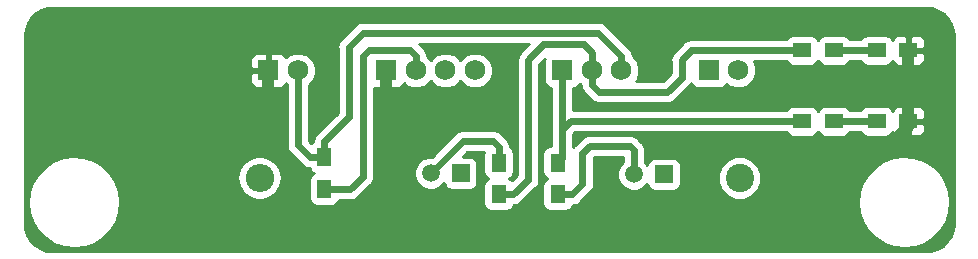
<source format=gbr>
G04 #@! TF.GenerationSoftware,KiCad,Pcbnew,5.0.1*
G04 #@! TF.CreationDate,2019-03-20T13:16:57+05:30*
G04 #@! TF.ProjectId,heater,6865617465722E6B696361645F706362,rev?*
G04 #@! TF.SameCoordinates,Original*
G04 #@! TF.FileFunction,Copper,L1,Top,Signal*
G04 #@! TF.FilePolarity,Positive*
%FSLAX46Y46*%
G04 Gerber Fmt 4.6, Leading zero omitted, Abs format (unit mm)*
G04 Created by KiCad (PCBNEW 5.0.1) date Wed 20 Mar 2019 01:16:57 PM IST*
%MOMM*%
%LPD*%
G01*
G04 APERTURE LIST*
G04 #@! TA.AperFunction,ComponentPad*
%ADD10O,2.400000X2.400000*%
G04 #@! TD*
G04 #@! TA.AperFunction,ComponentPad*
%ADD11C,2.400000*%
G04 #@! TD*
G04 #@! TA.AperFunction,SMDPad,CuDef*
%ADD12R,1.500000X1.300000*%
G04 #@! TD*
G04 #@! TA.AperFunction,ComponentPad*
%ADD13C,1.750000*%
G04 #@! TD*
G04 #@! TA.AperFunction,ComponentPad*
%ADD14R,1.750000X1.750000*%
G04 #@! TD*
G04 #@! TA.AperFunction,SMDPad,CuDef*
%ADD15R,1.300000X1.500000*%
G04 #@! TD*
G04 #@! TA.AperFunction,ComponentPad*
%ADD16R,1.520000X1.520000*%
G04 #@! TD*
G04 #@! TA.AperFunction,ComponentPad*
%ADD17C,1.520000*%
G04 #@! TD*
G04 #@! TA.AperFunction,Conductor*
%ADD18C,1.000000*%
G04 #@! TD*
G04 #@! TA.AperFunction,Conductor*
%ADD19C,0.600000*%
G04 #@! TD*
G04 #@! TA.AperFunction,Conductor*
%ADD20C,0.254000*%
G04 #@! TD*
G04 APERTURE END LIST*
D10*
G04 #@! TO.P,R2,2*
G04 #@! TO.N,+12V*
X130760000Y-95900000D03*
D11*
G04 #@! TO.P,R2,1*
G04 #@! TO.N,Net-(Q1-Pad1)*
X171400000Y-95900000D03*
G04 #@! TD*
D12*
G04 #@! TO.P,R6,1*
G04 #@! TO.N,/fromMcuF*
X176700000Y-91100000D03*
G04 #@! TO.P,R6,2*
G04 #@! TO.N,Net-(D2-Pad2)*
X179400000Y-91100000D03*
G04 #@! TD*
G04 #@! TO.P,D2,1*
G04 #@! TO.N,GND*
X185700000Y-91100000D03*
G04 #@! TO.P,D2,2*
G04 #@! TO.N,Net-(D2-Pad2)*
X183000000Y-91100000D03*
G04 #@! TD*
G04 #@! TO.P,D1,2*
G04 #@! TO.N,Net-(D1-Pad2)*
X183000000Y-85100000D03*
G04 #@! TO.P,D1,1*
G04 #@! TO.N,GND*
X185700000Y-85100000D03*
G04 #@! TD*
G04 #@! TO.P,R1,2*
G04 #@! TO.N,Net-(D1-Pad2)*
X179400000Y-85100000D03*
G04 #@! TO.P,R1,1*
G04 #@! TO.N,/fromMcuR*
X176700000Y-85100000D03*
G04 #@! TD*
D13*
G04 #@! TO.P,J1,4*
G04 #@! TO.N,Net-(J1-Pad4)*
X149000000Y-86800000D03*
G04 #@! TO.P,J1,3*
G04 #@! TO.N,+12V*
X146500000Y-86800000D03*
G04 #@! TO.P,J1,2*
G04 #@! TO.N,+5V*
X144000000Y-86800000D03*
D14*
G04 #@! TO.P,J1,1*
G04 #@! TO.N,GND*
X141500000Y-86800000D03*
G04 #@! TD*
D13*
G04 #@! TO.P,J2,3*
G04 #@! TO.N,/toMcu*
X161400000Y-86800000D03*
G04 #@! TO.P,J2,2*
G04 #@! TO.N,/fromMcuR*
X158900000Y-86800000D03*
D14*
G04 #@! TO.P,J2,1*
G04 #@! TO.N,/fromMcuF*
X156400000Y-86800000D03*
G04 #@! TD*
D13*
G04 #@! TO.P,J4,2*
G04 #@! TO.N,Net-(J4-Pad2)*
X171300000Y-86800000D03*
D14*
G04 #@! TO.P,J4,1*
G04 #@! TO.N,+12V*
X168800000Y-86800000D03*
G04 #@! TD*
D15*
G04 #@! TO.P,R5,2*
G04 #@! TO.N,/fromMcuF*
X156000000Y-94600000D03*
G04 #@! TO.P,R5,1*
G04 #@! TO.N,Net-(Q2-Pad2)*
X156000000Y-97300000D03*
G04 #@! TD*
D16*
G04 #@! TO.P,Q2,1*
G04 #@! TO.N,Net-(J4-Pad2)*
X165000001Y-95600000D03*
D17*
G04 #@! TO.P,Q2,3*
G04 #@! TO.N,GND*
X159920001Y-95600000D03*
G04 #@! TO.P,Q2,2*
G04 #@! TO.N,Net-(Q2-Pad2)*
X162460001Y-95600000D03*
G04 #@! TD*
D14*
G04 #@! TO.P,J3,1*
G04 #@! TO.N,GND*
X131500000Y-86800000D03*
D13*
G04 #@! TO.P,J3,2*
G04 #@! TO.N,/toMcu*
X134000000Y-86800000D03*
G04 #@! TD*
D16*
G04 #@! TO.P,Q1,1*
G04 #@! TO.N,Net-(Q1-Pad1)*
X147800000Y-95500000D03*
D17*
G04 #@! TO.P,Q1,3*
G04 #@! TO.N,GND*
X142720000Y-95500000D03*
G04 #@! TO.P,Q1,2*
G04 #@! TO.N,Net-(Q1-Pad2)*
X145260000Y-95500000D03*
G04 #@! TD*
D15*
G04 #@! TO.P,R3,2*
G04 #@! TO.N,/fromMcuR*
X151000000Y-97300000D03*
G04 #@! TO.P,R3,1*
G04 #@! TO.N,Net-(Q1-Pad2)*
X151000000Y-94600000D03*
G04 #@! TD*
G04 #@! TO.P,R4,1*
G04 #@! TO.N,+5V*
X136250000Y-96850000D03*
G04 #@! TO.P,R4,2*
G04 #@! TO.N,/toMcu*
X136250000Y-94150000D03*
G04 #@! TD*
D18*
G04 #@! TO.N,GND*
X142720000Y-95500000D02*
X142720000Y-97680001D01*
X141500000Y-94280000D02*
X142720000Y-95500000D01*
X141500000Y-86800000D02*
X141500000Y-94280000D01*
X133500000Y-95200000D02*
X133500000Y-97300002D01*
X131500000Y-86800000D02*
X131500000Y-93200000D01*
X131500000Y-93200000D02*
X133500000Y-95200000D01*
X185700000Y-85100000D02*
X185700000Y-91100000D01*
X144739999Y-99700000D02*
X142720000Y-97680001D01*
X159200000Y-99700000D02*
X144739999Y-99700000D01*
X159920001Y-95600000D02*
X159920001Y-98979999D01*
X159920001Y-98979999D02*
X159200000Y-99700000D01*
X140200000Y-99700000D02*
X140700001Y-99700000D01*
X140700001Y-99700000D02*
X141300001Y-99100000D01*
X141300001Y-99100000D02*
X142720000Y-97680001D01*
X140900001Y-99500000D02*
X141300001Y-99100000D01*
X140200000Y-99700000D02*
X140800000Y-99700000D01*
X136300000Y-99700000D02*
X135899998Y-99700000D01*
X133500000Y-97300002D02*
X134700000Y-98500002D01*
X135899998Y-99700000D02*
X134700000Y-98500002D01*
X134700000Y-98500002D02*
X135699998Y-99500000D01*
X136300000Y-99700000D02*
X140200000Y-99700000D01*
X160640002Y-99700000D02*
X159920001Y-98979999D01*
X177600002Y-99700000D02*
X178800000Y-98500002D01*
X177500000Y-99700000D02*
X177600002Y-99700000D01*
X177500000Y-99700000D02*
X160640002Y-99700000D01*
X178800000Y-98500002D02*
X178000000Y-99300002D01*
X185700000Y-91100000D02*
X185700000Y-91600002D01*
X185700000Y-91600002D02*
X178800000Y-98500002D01*
D19*
G04 #@! TO.N,+5V*
X139500000Y-85600000D02*
X140000000Y-85100000D01*
X140000000Y-85100000D02*
X143537436Y-85100000D01*
X144000000Y-85562564D02*
X144000000Y-86800000D01*
X136250000Y-96850000D02*
X138450000Y-96850000D01*
X138450000Y-96850000D02*
X139500000Y-95800000D01*
X139500000Y-95800000D02*
X139500000Y-85600000D01*
X143537436Y-85100000D02*
X144000000Y-85562564D01*
G04 #@! TO.N,Net-(Q1-Pad2)*
X151000001Y-93250000D02*
X151000000Y-94600000D01*
X150550001Y-92800000D02*
X151000001Y-93250000D01*
X147960000Y-92800000D02*
X150550001Y-92800000D01*
X145260000Y-95500000D02*
X147960000Y-92800000D01*
G04 #@! TO.N,/toMcu*
X135000000Y-94150000D02*
X136250000Y-94150000D01*
X134000000Y-93150000D02*
X135000000Y-94150000D01*
X134000000Y-86800000D02*
X134000000Y-93150000D01*
X136250000Y-94150000D02*
X136250000Y-92800000D01*
X138300000Y-90750000D02*
X138300000Y-84800000D01*
X136250000Y-92800000D02*
X138300000Y-90750000D01*
X161400000Y-85562564D02*
X161400000Y-86800000D01*
X159437436Y-83600000D02*
X161400000Y-85562564D01*
X138300000Y-84800000D02*
X139500000Y-83600000D01*
X139500000Y-83600000D02*
X159437436Y-83600000D01*
G04 #@! TO.N,Net-(Q2-Pad2)*
X157250000Y-97300000D02*
X158100000Y-96450000D01*
X156000000Y-97300000D02*
X157250000Y-97300000D01*
X162460001Y-93560001D02*
X162460001Y-95600000D01*
X158100000Y-93800000D02*
X158700000Y-93200000D01*
X158700000Y-93200000D02*
X162100000Y-93200000D01*
X158100000Y-96450000D02*
X158100000Y-93800000D01*
X162100000Y-93200000D02*
X162460001Y-93560001D01*
G04 #@! TO.N,/fromMcuR*
X152250000Y-97300000D02*
X153500000Y-96050000D01*
X151000000Y-97300000D02*
X152250000Y-97300000D01*
X153500000Y-96050000D02*
X153500000Y-85900000D01*
X153500000Y-85900000D02*
X154800000Y-84600000D01*
X154800000Y-84600000D02*
X158200000Y-84600000D01*
X158900000Y-85300000D02*
X158900000Y-86800000D01*
X158200000Y-84600000D02*
X158900000Y-85300000D01*
X158900000Y-88037436D02*
X158900000Y-86800000D01*
X176700000Y-85100000D02*
X167309998Y-85100000D01*
X167309998Y-85100000D02*
X166500000Y-85909998D01*
X166500000Y-87400000D02*
X165300000Y-88600000D01*
X166500000Y-85909998D02*
X166500000Y-87400000D01*
X165300000Y-88600000D02*
X159462564Y-88600000D01*
X159462564Y-88600000D02*
X158900000Y-88037436D01*
G04 #@! TO.N,/fromMcuF*
X156400000Y-94200000D02*
X156000000Y-94600000D01*
X157100000Y-91100000D02*
X156400000Y-91800000D01*
X176700000Y-91100000D02*
X157100000Y-91100000D01*
X156400000Y-86800000D02*
X156400000Y-91800000D01*
X156400000Y-91800000D02*
X156400000Y-94200000D01*
G04 #@! TO.N,Net-(D1-Pad2)*
X179400000Y-85100000D02*
X183000000Y-85100000D01*
G04 #@! TO.N,Net-(D2-Pad2)*
X179400000Y-91100000D02*
X183000000Y-91100000D01*
G04 #@! TD*
D20*
G04 #@! TO.N,GND*
G36*
X187160207Y-81485001D02*
X187731494Y-81551606D01*
X188234485Y-81734183D01*
X188681978Y-82027572D01*
X189049976Y-82416040D01*
X189318738Y-82878747D01*
X189476564Y-83399847D01*
X189514999Y-83830506D01*
X189515000Y-99760215D01*
X189448395Y-100331495D01*
X189265817Y-100834489D01*
X188972429Y-101281980D01*
X188583961Y-101649978D01*
X188121252Y-101918740D01*
X187600155Y-102076565D01*
X187169495Y-102115000D01*
X113239785Y-102115000D01*
X112668505Y-102048396D01*
X112165516Y-101865820D01*
X111718020Y-101572429D01*
X111350020Y-101183959D01*
X111081260Y-100721254D01*
X110923434Y-100200153D01*
X110884998Y-99769484D01*
X110884998Y-97997440D01*
X111152463Y-97997440D01*
X111261574Y-98861148D01*
X111559328Y-99679218D01*
X112030924Y-100410992D01*
X112652924Y-101020100D01*
X113394414Y-101476268D01*
X114218541Y-101756823D01*
X115084344Y-101847823D01*
X115948792Y-101744744D01*
X116768921Y-101452709D01*
X117503970Y-100986233D01*
X118117405Y-100368500D01*
X118578738Y-99630213D01*
X118865040Y-98808065D01*
X118962082Y-97942918D01*
X118960559Y-97833884D01*
X118839399Y-96971784D01*
X118530253Y-96157951D01*
X118358872Y-95900000D01*
X128889051Y-95900000D01*
X129031469Y-96615981D01*
X129437039Y-97222961D01*
X130044019Y-97628531D01*
X130579273Y-97735000D01*
X130940727Y-97735000D01*
X131475981Y-97628531D01*
X132082961Y-97222961D01*
X132488531Y-96615981D01*
X132630949Y-95900000D01*
X132488531Y-95184019D01*
X132082961Y-94577039D01*
X131475981Y-94171469D01*
X130940727Y-94065000D01*
X130579273Y-94065000D01*
X130044019Y-94171469D01*
X129437039Y-94577039D01*
X129031469Y-95184019D01*
X128889051Y-95900000D01*
X118358872Y-95900000D01*
X118048486Y-95432832D01*
X117418042Y-94832469D01*
X116670255Y-94386698D01*
X115842291Y-94117677D01*
X114975302Y-94038774D01*
X114112377Y-94153913D01*
X113296405Y-94457370D01*
X112567941Y-94934064D01*
X111963191Y-95560301D01*
X111512211Y-96304958D01*
X111237416Y-97131023D01*
X111152463Y-97997440D01*
X110884998Y-97997440D01*
X110884999Y-87085750D01*
X129990000Y-87085750D01*
X129990000Y-87801310D01*
X130086673Y-88034699D01*
X130265302Y-88213327D01*
X130498691Y-88310000D01*
X131214250Y-88310000D01*
X131373000Y-88151250D01*
X131373000Y-86927000D01*
X130148750Y-86927000D01*
X129990000Y-87085750D01*
X110884999Y-87085750D01*
X110884999Y-85798690D01*
X129990000Y-85798690D01*
X129990000Y-86514250D01*
X130148750Y-86673000D01*
X131373000Y-86673000D01*
X131373000Y-85448750D01*
X131627000Y-85448750D01*
X131627000Y-86673000D01*
X131647000Y-86673000D01*
X131647000Y-86927000D01*
X131627000Y-86927000D01*
X131627000Y-88151250D01*
X131785750Y-88310000D01*
X132501309Y-88310000D01*
X132734698Y-88213327D01*
X132913327Y-88034699D01*
X132967779Y-87903241D01*
X133065000Y-88000462D01*
X133065001Y-93057910D01*
X133046683Y-93150000D01*
X133119250Y-93514818D01*
X133248273Y-93707914D01*
X133325904Y-93824097D01*
X133403970Y-93876259D01*
X134273739Y-94746028D01*
X134325903Y-94824097D01*
X134635181Y-95030750D01*
X134907914Y-95085000D01*
X134992714Y-95101868D01*
X135001843Y-95147765D01*
X135142191Y-95357809D01*
X135352235Y-95498157D01*
X135361500Y-95500000D01*
X135352235Y-95501843D01*
X135142191Y-95642191D01*
X135001843Y-95852235D01*
X134952560Y-96100000D01*
X134952560Y-97600000D01*
X135001843Y-97847765D01*
X135142191Y-98057809D01*
X135352235Y-98198157D01*
X135600000Y-98247440D01*
X136900000Y-98247440D01*
X137147765Y-98198157D01*
X137357809Y-98057809D01*
X137498157Y-97847765D01*
X137510642Y-97785000D01*
X138357914Y-97785000D01*
X138450000Y-97803317D01*
X138542086Y-97785000D01*
X138814819Y-97730750D01*
X139124097Y-97524097D01*
X139176261Y-97446028D01*
X140096031Y-96526259D01*
X140174097Y-96474097D01*
X140380750Y-96164819D01*
X140435000Y-95892086D01*
X140435000Y-95892083D01*
X140453316Y-95800001D01*
X140435000Y-95707919D01*
X140435000Y-88283618D01*
X140498691Y-88310000D01*
X141214250Y-88310000D01*
X141373000Y-88151250D01*
X141373000Y-86927000D01*
X141353000Y-86927000D01*
X141353000Y-86673000D01*
X141373000Y-86673000D01*
X141373000Y-86653000D01*
X141627000Y-86653000D01*
X141627000Y-86673000D01*
X141647000Y-86673000D01*
X141647000Y-86927000D01*
X141627000Y-86927000D01*
X141627000Y-88151250D01*
X141785750Y-88310000D01*
X142501309Y-88310000D01*
X142734698Y-88213327D01*
X142913327Y-88034699D01*
X142967779Y-87903241D01*
X143144654Y-88080116D01*
X143699642Y-88310000D01*
X144300358Y-88310000D01*
X144855346Y-88080116D01*
X145250000Y-87685462D01*
X145644654Y-88080116D01*
X146199642Y-88310000D01*
X146800358Y-88310000D01*
X147355346Y-88080116D01*
X147750000Y-87685462D01*
X148144654Y-88080116D01*
X148699642Y-88310000D01*
X149300358Y-88310000D01*
X149855346Y-88080116D01*
X150280116Y-87655346D01*
X150510000Y-87100358D01*
X150510000Y-86499642D01*
X150280116Y-85944654D01*
X149855346Y-85519884D01*
X149300358Y-85290000D01*
X148699642Y-85290000D01*
X148144654Y-85519884D01*
X147750000Y-85914538D01*
X147355346Y-85519884D01*
X146800358Y-85290000D01*
X146199642Y-85290000D01*
X145644654Y-85519884D01*
X145250000Y-85914538D01*
X144944143Y-85608681D01*
X144953316Y-85562563D01*
X144935000Y-85470479D01*
X144935000Y-85470478D01*
X144880750Y-85197745D01*
X144674097Y-84888467D01*
X144596028Y-84836303D01*
X144294725Y-84535000D01*
X153542711Y-84535000D01*
X152903970Y-85173741D01*
X152825904Y-85225903D01*
X152773742Y-85303969D01*
X152773741Y-85303970D01*
X152619250Y-85535182D01*
X152546683Y-85900000D01*
X152565001Y-85992090D01*
X152565000Y-95662710D01*
X152118908Y-96108802D01*
X152107809Y-96092191D01*
X151897765Y-95951843D01*
X151888500Y-95950000D01*
X151897765Y-95948157D01*
X152107809Y-95807809D01*
X152248157Y-95597765D01*
X152297440Y-95350000D01*
X152297440Y-93850000D01*
X152248157Y-93602235D01*
X152107809Y-93392191D01*
X151946477Y-93284392D01*
X151953318Y-93249999D01*
X151880751Y-92885181D01*
X151726260Y-92653970D01*
X151674098Y-92575904D01*
X151596032Y-92523742D01*
X151276262Y-92203972D01*
X151224098Y-92125903D01*
X150914820Y-91919250D01*
X150642087Y-91865000D01*
X150550001Y-91846683D01*
X150457915Y-91865000D01*
X148052086Y-91865000D01*
X147960000Y-91846683D01*
X147867914Y-91865000D01*
X147595181Y-91919250D01*
X147285903Y-92125903D01*
X147233739Y-92203972D01*
X145332711Y-94105000D01*
X144982517Y-94105000D01*
X144469796Y-94317376D01*
X144077376Y-94709796D01*
X143865000Y-95222517D01*
X143865000Y-95777483D01*
X144077376Y-96290204D01*
X144469796Y-96682624D01*
X144982517Y-96895000D01*
X145537483Y-96895000D01*
X146050204Y-96682624D01*
X146405877Y-96326951D01*
X146441843Y-96507765D01*
X146582191Y-96717809D01*
X146792235Y-96858157D01*
X147040000Y-96907440D01*
X148560000Y-96907440D01*
X148807765Y-96858157D01*
X149017809Y-96717809D01*
X149158157Y-96507765D01*
X149207440Y-96260000D01*
X149207440Y-94740000D01*
X149158157Y-94492235D01*
X149017809Y-94282191D01*
X148807765Y-94141843D01*
X148560000Y-94092560D01*
X147989729Y-94092560D01*
X148347289Y-93735000D01*
X149725435Y-93735000D01*
X149702560Y-93850000D01*
X149702560Y-95350000D01*
X149751843Y-95597765D01*
X149892191Y-95807809D01*
X150102235Y-95948157D01*
X150111500Y-95950000D01*
X150102235Y-95951843D01*
X149892191Y-96092191D01*
X149751843Y-96302235D01*
X149702560Y-96550000D01*
X149702560Y-98050000D01*
X149751843Y-98297765D01*
X149892191Y-98507809D01*
X150102235Y-98648157D01*
X150350000Y-98697440D01*
X151650000Y-98697440D01*
X151897765Y-98648157D01*
X152107809Y-98507809D01*
X152248157Y-98297765D01*
X152257286Y-98251868D01*
X152342086Y-98235000D01*
X152614819Y-98180750D01*
X152924097Y-97974097D01*
X152976261Y-97896028D01*
X154096031Y-96776259D01*
X154174097Y-96724097D01*
X154380750Y-96414819D01*
X154435000Y-96142086D01*
X154435000Y-96142085D01*
X154453317Y-96050000D01*
X154435000Y-95957914D01*
X154435000Y-86287289D01*
X154897491Y-85824798D01*
X154877560Y-85925000D01*
X154877560Y-87675000D01*
X154926843Y-87922765D01*
X155067191Y-88132809D01*
X155277235Y-88273157D01*
X155465000Y-88310505D01*
X155465001Y-91707910D01*
X155446683Y-91800000D01*
X155465000Y-91892086D01*
X155465001Y-93202560D01*
X155350000Y-93202560D01*
X155102235Y-93251843D01*
X154892191Y-93392191D01*
X154751843Y-93602235D01*
X154702560Y-93850000D01*
X154702560Y-95350000D01*
X154751843Y-95597765D01*
X154892191Y-95807809D01*
X155102235Y-95948157D01*
X155111500Y-95950000D01*
X155102235Y-95951843D01*
X154892191Y-96092191D01*
X154751843Y-96302235D01*
X154702560Y-96550000D01*
X154702560Y-98050000D01*
X154751843Y-98297765D01*
X154892191Y-98507809D01*
X155102235Y-98648157D01*
X155350000Y-98697440D01*
X156650000Y-98697440D01*
X156897765Y-98648157D01*
X157107809Y-98507809D01*
X157248157Y-98297765D01*
X157257286Y-98251868D01*
X157342086Y-98235000D01*
X157614819Y-98180750D01*
X157889161Y-97997440D01*
X181438299Y-97997440D01*
X181547410Y-98861148D01*
X181845164Y-99679218D01*
X182316760Y-100410992D01*
X182938760Y-101020100D01*
X183680250Y-101476268D01*
X184504377Y-101756823D01*
X185370180Y-101847823D01*
X186234628Y-101744744D01*
X187054757Y-101452709D01*
X187789806Y-100986233D01*
X188403241Y-100368500D01*
X188864574Y-99630213D01*
X189150876Y-98808065D01*
X189247918Y-97942918D01*
X189246395Y-97833884D01*
X189125235Y-96971784D01*
X188816089Y-96157951D01*
X188334322Y-95432832D01*
X187703878Y-94832469D01*
X186956091Y-94386698D01*
X186128127Y-94117677D01*
X185261138Y-94038774D01*
X184398213Y-94153913D01*
X183582241Y-94457370D01*
X182853777Y-94934064D01*
X182249027Y-95560301D01*
X181798047Y-96304958D01*
X181523252Y-97131023D01*
X181438299Y-97997440D01*
X157889161Y-97997440D01*
X157924097Y-97974097D01*
X157976261Y-97896028D01*
X158696028Y-97176261D01*
X158774097Y-97124097D01*
X158980750Y-96814819D01*
X159035000Y-96542086D01*
X159035000Y-96542085D01*
X159053317Y-96450000D01*
X159035000Y-96357914D01*
X159035000Y-94187289D01*
X159087290Y-94135000D01*
X161525001Y-94135000D01*
X161525001Y-94562172D01*
X161277377Y-94809796D01*
X161065001Y-95322517D01*
X161065001Y-95877483D01*
X161277377Y-96390204D01*
X161669797Y-96782624D01*
X162182518Y-96995000D01*
X162737484Y-96995000D01*
X163250205Y-96782624D01*
X163605878Y-96426951D01*
X163641844Y-96607765D01*
X163782192Y-96817809D01*
X163992236Y-96958157D01*
X164240001Y-97007440D01*
X165760001Y-97007440D01*
X166007766Y-96958157D01*
X166217810Y-96817809D01*
X166358158Y-96607765D01*
X166407441Y-96360000D01*
X166407441Y-95534996D01*
X169565000Y-95534996D01*
X169565000Y-96265004D01*
X169844362Y-96939444D01*
X170360556Y-97455638D01*
X171034996Y-97735000D01*
X171765004Y-97735000D01*
X172439444Y-97455638D01*
X172955638Y-96939444D01*
X173235000Y-96265004D01*
X173235000Y-95534996D01*
X172955638Y-94860556D01*
X172439444Y-94344362D01*
X171765004Y-94065000D01*
X171034996Y-94065000D01*
X170360556Y-94344362D01*
X169844362Y-94860556D01*
X169565000Y-95534996D01*
X166407441Y-95534996D01*
X166407441Y-94840000D01*
X166358158Y-94592235D01*
X166217810Y-94382191D01*
X166007766Y-94241843D01*
X165760001Y-94192560D01*
X164240001Y-94192560D01*
X163992236Y-94241843D01*
X163782192Y-94382191D01*
X163641844Y-94592235D01*
X163605878Y-94773049D01*
X163395001Y-94562172D01*
X163395001Y-93652082D01*
X163413317Y-93560000D01*
X163395001Y-93467916D01*
X163395001Y-93467915D01*
X163340751Y-93195182D01*
X163134098Y-92885904D01*
X163056029Y-92833740D01*
X162826261Y-92603972D01*
X162774097Y-92525903D01*
X162464819Y-92319250D01*
X162192086Y-92265000D01*
X162100000Y-92246683D01*
X162007914Y-92265000D01*
X158792085Y-92265000D01*
X158699999Y-92246683D01*
X158490641Y-92288327D01*
X158335181Y-92319250D01*
X158025903Y-92525903D01*
X157973741Y-92603970D01*
X157503970Y-93073741D01*
X157425904Y-93125903D01*
X157373742Y-93203969D01*
X157373741Y-93203970D01*
X157335000Y-93261950D01*
X157335000Y-92187289D01*
X157487290Y-92035000D01*
X175376723Y-92035000D01*
X175492191Y-92207809D01*
X175702235Y-92348157D01*
X175950000Y-92397440D01*
X177450000Y-92397440D01*
X177697765Y-92348157D01*
X177907809Y-92207809D01*
X178048157Y-91997765D01*
X178050000Y-91988500D01*
X178051843Y-91997765D01*
X178192191Y-92207809D01*
X178402235Y-92348157D01*
X178650000Y-92397440D01*
X180150000Y-92397440D01*
X180397765Y-92348157D01*
X180607809Y-92207809D01*
X180723277Y-92035000D01*
X181676723Y-92035000D01*
X181792191Y-92207809D01*
X182002235Y-92348157D01*
X182250000Y-92397440D01*
X183750000Y-92397440D01*
X183997765Y-92348157D01*
X184207809Y-92207809D01*
X184348157Y-91997765D01*
X184353721Y-91969791D01*
X184411673Y-92109699D01*
X184590302Y-92288327D01*
X184823691Y-92385000D01*
X185414250Y-92385000D01*
X185573000Y-92226250D01*
X185573000Y-91227000D01*
X185827000Y-91227000D01*
X185827000Y-92226250D01*
X185985750Y-92385000D01*
X186576309Y-92385000D01*
X186809698Y-92288327D01*
X186988327Y-92109699D01*
X187085000Y-91876310D01*
X187085000Y-91385750D01*
X186926250Y-91227000D01*
X185827000Y-91227000D01*
X185573000Y-91227000D01*
X185553000Y-91227000D01*
X185553000Y-90973000D01*
X185573000Y-90973000D01*
X185573000Y-89973750D01*
X185827000Y-89973750D01*
X185827000Y-90973000D01*
X186926250Y-90973000D01*
X187085000Y-90814250D01*
X187085000Y-90323690D01*
X186988327Y-90090301D01*
X186809698Y-89911673D01*
X186576309Y-89815000D01*
X185985750Y-89815000D01*
X185827000Y-89973750D01*
X185573000Y-89973750D01*
X185414250Y-89815000D01*
X184823691Y-89815000D01*
X184590302Y-89911673D01*
X184411673Y-90090301D01*
X184353721Y-90230209D01*
X184348157Y-90202235D01*
X184207809Y-89992191D01*
X183997765Y-89851843D01*
X183750000Y-89802560D01*
X182250000Y-89802560D01*
X182002235Y-89851843D01*
X181792191Y-89992191D01*
X181676723Y-90165000D01*
X180723277Y-90165000D01*
X180607809Y-89992191D01*
X180397765Y-89851843D01*
X180150000Y-89802560D01*
X178650000Y-89802560D01*
X178402235Y-89851843D01*
X178192191Y-89992191D01*
X178051843Y-90202235D01*
X178050000Y-90211500D01*
X178048157Y-90202235D01*
X177907809Y-89992191D01*
X177697765Y-89851843D01*
X177450000Y-89802560D01*
X175950000Y-89802560D01*
X175702235Y-89851843D01*
X175492191Y-89992191D01*
X175376723Y-90165000D01*
X157335000Y-90165000D01*
X157335000Y-88310505D01*
X157522765Y-88273157D01*
X157732809Y-88132809D01*
X157873157Y-87922765D01*
X157875504Y-87910966D01*
X157955856Y-87991318D01*
X157946683Y-88037436D01*
X158003374Y-88322440D01*
X158019250Y-88402254D01*
X158225903Y-88711533D01*
X158303973Y-88763698D01*
X158736301Y-89196025D01*
X158788467Y-89274097D01*
X159097745Y-89480750D01*
X159462564Y-89553317D01*
X159554650Y-89535000D01*
X165207914Y-89535000D01*
X165300000Y-89553317D01*
X165392086Y-89535000D01*
X165664819Y-89480750D01*
X165974097Y-89274097D01*
X166026261Y-89196028D01*
X167096031Y-88126259D01*
X167174097Y-88074097D01*
X167314999Y-87863222D01*
X167326843Y-87922765D01*
X167467191Y-88132809D01*
X167677235Y-88273157D01*
X167925000Y-88322440D01*
X169675000Y-88322440D01*
X169922765Y-88273157D01*
X170132809Y-88132809D01*
X170273157Y-87922765D01*
X170275504Y-87910966D01*
X170444654Y-88080116D01*
X170999642Y-88310000D01*
X171600358Y-88310000D01*
X172155346Y-88080116D01*
X172580116Y-87655346D01*
X172810000Y-87100358D01*
X172810000Y-86499642D01*
X172617539Y-86035000D01*
X175376723Y-86035000D01*
X175492191Y-86207809D01*
X175702235Y-86348157D01*
X175950000Y-86397440D01*
X177450000Y-86397440D01*
X177697765Y-86348157D01*
X177907809Y-86207809D01*
X178048157Y-85997765D01*
X178050000Y-85988500D01*
X178051843Y-85997765D01*
X178192191Y-86207809D01*
X178402235Y-86348157D01*
X178650000Y-86397440D01*
X180150000Y-86397440D01*
X180397765Y-86348157D01*
X180607809Y-86207809D01*
X180723277Y-86035000D01*
X181676723Y-86035000D01*
X181792191Y-86207809D01*
X182002235Y-86348157D01*
X182250000Y-86397440D01*
X183750000Y-86397440D01*
X183997765Y-86348157D01*
X184207809Y-86207809D01*
X184348157Y-85997765D01*
X184353721Y-85969791D01*
X184411673Y-86109699D01*
X184590302Y-86288327D01*
X184823691Y-86385000D01*
X185414250Y-86385000D01*
X185573000Y-86226250D01*
X185573000Y-85227000D01*
X185827000Y-85227000D01*
X185827000Y-86226250D01*
X185985750Y-86385000D01*
X186576309Y-86385000D01*
X186809698Y-86288327D01*
X186988327Y-86109699D01*
X187085000Y-85876310D01*
X187085000Y-85385750D01*
X186926250Y-85227000D01*
X185827000Y-85227000D01*
X185573000Y-85227000D01*
X185553000Y-85227000D01*
X185553000Y-84973000D01*
X185573000Y-84973000D01*
X185573000Y-83973750D01*
X185827000Y-83973750D01*
X185827000Y-84973000D01*
X186926250Y-84973000D01*
X187085000Y-84814250D01*
X187085000Y-84323690D01*
X186988327Y-84090301D01*
X186809698Y-83911673D01*
X186576309Y-83815000D01*
X185985750Y-83815000D01*
X185827000Y-83973750D01*
X185573000Y-83973750D01*
X185414250Y-83815000D01*
X184823691Y-83815000D01*
X184590302Y-83911673D01*
X184411673Y-84090301D01*
X184353721Y-84230209D01*
X184348157Y-84202235D01*
X184207809Y-83992191D01*
X183997765Y-83851843D01*
X183750000Y-83802560D01*
X182250000Y-83802560D01*
X182002235Y-83851843D01*
X181792191Y-83992191D01*
X181676723Y-84165000D01*
X180723277Y-84165000D01*
X180607809Y-83992191D01*
X180397765Y-83851843D01*
X180150000Y-83802560D01*
X178650000Y-83802560D01*
X178402235Y-83851843D01*
X178192191Y-83992191D01*
X178051843Y-84202235D01*
X178050000Y-84211500D01*
X178048157Y-84202235D01*
X177907809Y-83992191D01*
X177697765Y-83851843D01*
X177450000Y-83802560D01*
X175950000Y-83802560D01*
X175702235Y-83851843D01*
X175492191Y-83992191D01*
X175376723Y-84165000D01*
X167402083Y-84165000D01*
X167309997Y-84146683D01*
X167030719Y-84202235D01*
X166945179Y-84219250D01*
X166635901Y-84425903D01*
X166583739Y-84503970D01*
X165903972Y-85183737D01*
X165825903Y-85235901D01*
X165666747Y-85474096D01*
X165619250Y-85545180D01*
X165546683Y-85909998D01*
X165565000Y-86002084D01*
X165565001Y-87012710D01*
X164912711Y-87665000D01*
X162670462Y-87665000D01*
X162680116Y-87655346D01*
X162910000Y-87100358D01*
X162910000Y-86499642D01*
X162680116Y-85944654D01*
X162344144Y-85608682D01*
X162353317Y-85562564D01*
X162280750Y-85197745D01*
X162258749Y-85164818D01*
X162074097Y-84888467D01*
X161996028Y-84836303D01*
X160163697Y-83003972D01*
X160111533Y-82925903D01*
X159802255Y-82719250D01*
X159529522Y-82665000D01*
X159437436Y-82646683D01*
X159345350Y-82665000D01*
X139592081Y-82665000D01*
X139499999Y-82646684D01*
X139407917Y-82665000D01*
X139407914Y-82665000D01*
X139135181Y-82719250D01*
X138825903Y-82925903D01*
X138773741Y-83003969D01*
X137703970Y-84073741D01*
X137625904Y-84125903D01*
X137573742Y-84203969D01*
X137573741Y-84203970D01*
X137419250Y-84435182D01*
X137346683Y-84800000D01*
X137365001Y-84892090D01*
X137365000Y-90362710D01*
X135653970Y-92073741D01*
X135575904Y-92125903D01*
X135523742Y-92203969D01*
X135523741Y-92203970D01*
X135369250Y-92435182D01*
X135296683Y-92800000D01*
X135303524Y-92834391D01*
X135142191Y-92942191D01*
X135131091Y-92958802D01*
X134935000Y-92762711D01*
X134935000Y-88000462D01*
X135280116Y-87655346D01*
X135510000Y-87100358D01*
X135510000Y-86499642D01*
X135280116Y-85944654D01*
X134855346Y-85519884D01*
X134300358Y-85290000D01*
X133699642Y-85290000D01*
X133144654Y-85519884D01*
X132967779Y-85696759D01*
X132913327Y-85565301D01*
X132734698Y-85386673D01*
X132501309Y-85290000D01*
X131785750Y-85290000D01*
X131627000Y-85448750D01*
X131373000Y-85448750D01*
X131214250Y-85290000D01*
X130498691Y-85290000D01*
X130265302Y-85386673D01*
X130086673Y-85565301D01*
X129990000Y-85798690D01*
X110884999Y-85798690D01*
X110885000Y-83839793D01*
X110951605Y-83268506D01*
X111134182Y-82765515D01*
X111427572Y-82318021D01*
X111816039Y-81950023D01*
X112278745Y-81681262D01*
X112799847Y-81523435D01*
X113230517Y-81484999D01*
X187160207Y-81485001D01*
X187160207Y-81485001D01*
G37*
X187160207Y-81485001D02*
X187731494Y-81551606D01*
X188234485Y-81734183D01*
X188681978Y-82027572D01*
X189049976Y-82416040D01*
X189318738Y-82878747D01*
X189476564Y-83399847D01*
X189514999Y-83830506D01*
X189515000Y-99760215D01*
X189448395Y-100331495D01*
X189265817Y-100834489D01*
X188972429Y-101281980D01*
X188583961Y-101649978D01*
X188121252Y-101918740D01*
X187600155Y-102076565D01*
X187169495Y-102115000D01*
X113239785Y-102115000D01*
X112668505Y-102048396D01*
X112165516Y-101865820D01*
X111718020Y-101572429D01*
X111350020Y-101183959D01*
X111081260Y-100721254D01*
X110923434Y-100200153D01*
X110884998Y-99769484D01*
X110884998Y-97997440D01*
X111152463Y-97997440D01*
X111261574Y-98861148D01*
X111559328Y-99679218D01*
X112030924Y-100410992D01*
X112652924Y-101020100D01*
X113394414Y-101476268D01*
X114218541Y-101756823D01*
X115084344Y-101847823D01*
X115948792Y-101744744D01*
X116768921Y-101452709D01*
X117503970Y-100986233D01*
X118117405Y-100368500D01*
X118578738Y-99630213D01*
X118865040Y-98808065D01*
X118962082Y-97942918D01*
X118960559Y-97833884D01*
X118839399Y-96971784D01*
X118530253Y-96157951D01*
X118358872Y-95900000D01*
X128889051Y-95900000D01*
X129031469Y-96615981D01*
X129437039Y-97222961D01*
X130044019Y-97628531D01*
X130579273Y-97735000D01*
X130940727Y-97735000D01*
X131475981Y-97628531D01*
X132082961Y-97222961D01*
X132488531Y-96615981D01*
X132630949Y-95900000D01*
X132488531Y-95184019D01*
X132082961Y-94577039D01*
X131475981Y-94171469D01*
X130940727Y-94065000D01*
X130579273Y-94065000D01*
X130044019Y-94171469D01*
X129437039Y-94577039D01*
X129031469Y-95184019D01*
X128889051Y-95900000D01*
X118358872Y-95900000D01*
X118048486Y-95432832D01*
X117418042Y-94832469D01*
X116670255Y-94386698D01*
X115842291Y-94117677D01*
X114975302Y-94038774D01*
X114112377Y-94153913D01*
X113296405Y-94457370D01*
X112567941Y-94934064D01*
X111963191Y-95560301D01*
X111512211Y-96304958D01*
X111237416Y-97131023D01*
X111152463Y-97997440D01*
X110884998Y-97997440D01*
X110884999Y-87085750D01*
X129990000Y-87085750D01*
X129990000Y-87801310D01*
X130086673Y-88034699D01*
X130265302Y-88213327D01*
X130498691Y-88310000D01*
X131214250Y-88310000D01*
X131373000Y-88151250D01*
X131373000Y-86927000D01*
X130148750Y-86927000D01*
X129990000Y-87085750D01*
X110884999Y-87085750D01*
X110884999Y-85798690D01*
X129990000Y-85798690D01*
X129990000Y-86514250D01*
X130148750Y-86673000D01*
X131373000Y-86673000D01*
X131373000Y-85448750D01*
X131627000Y-85448750D01*
X131627000Y-86673000D01*
X131647000Y-86673000D01*
X131647000Y-86927000D01*
X131627000Y-86927000D01*
X131627000Y-88151250D01*
X131785750Y-88310000D01*
X132501309Y-88310000D01*
X132734698Y-88213327D01*
X132913327Y-88034699D01*
X132967779Y-87903241D01*
X133065000Y-88000462D01*
X133065001Y-93057910D01*
X133046683Y-93150000D01*
X133119250Y-93514818D01*
X133248273Y-93707914D01*
X133325904Y-93824097D01*
X133403970Y-93876259D01*
X134273739Y-94746028D01*
X134325903Y-94824097D01*
X134635181Y-95030750D01*
X134907914Y-95085000D01*
X134992714Y-95101868D01*
X135001843Y-95147765D01*
X135142191Y-95357809D01*
X135352235Y-95498157D01*
X135361500Y-95500000D01*
X135352235Y-95501843D01*
X135142191Y-95642191D01*
X135001843Y-95852235D01*
X134952560Y-96100000D01*
X134952560Y-97600000D01*
X135001843Y-97847765D01*
X135142191Y-98057809D01*
X135352235Y-98198157D01*
X135600000Y-98247440D01*
X136900000Y-98247440D01*
X137147765Y-98198157D01*
X137357809Y-98057809D01*
X137498157Y-97847765D01*
X137510642Y-97785000D01*
X138357914Y-97785000D01*
X138450000Y-97803317D01*
X138542086Y-97785000D01*
X138814819Y-97730750D01*
X139124097Y-97524097D01*
X139176261Y-97446028D01*
X140096031Y-96526259D01*
X140174097Y-96474097D01*
X140380750Y-96164819D01*
X140435000Y-95892086D01*
X140435000Y-95892083D01*
X140453316Y-95800001D01*
X140435000Y-95707919D01*
X140435000Y-88283618D01*
X140498691Y-88310000D01*
X141214250Y-88310000D01*
X141373000Y-88151250D01*
X141373000Y-86927000D01*
X141353000Y-86927000D01*
X141353000Y-86673000D01*
X141373000Y-86673000D01*
X141373000Y-86653000D01*
X141627000Y-86653000D01*
X141627000Y-86673000D01*
X141647000Y-86673000D01*
X141647000Y-86927000D01*
X141627000Y-86927000D01*
X141627000Y-88151250D01*
X141785750Y-88310000D01*
X142501309Y-88310000D01*
X142734698Y-88213327D01*
X142913327Y-88034699D01*
X142967779Y-87903241D01*
X143144654Y-88080116D01*
X143699642Y-88310000D01*
X144300358Y-88310000D01*
X144855346Y-88080116D01*
X145250000Y-87685462D01*
X145644654Y-88080116D01*
X146199642Y-88310000D01*
X146800358Y-88310000D01*
X147355346Y-88080116D01*
X147750000Y-87685462D01*
X148144654Y-88080116D01*
X148699642Y-88310000D01*
X149300358Y-88310000D01*
X149855346Y-88080116D01*
X150280116Y-87655346D01*
X150510000Y-87100358D01*
X150510000Y-86499642D01*
X150280116Y-85944654D01*
X149855346Y-85519884D01*
X149300358Y-85290000D01*
X148699642Y-85290000D01*
X148144654Y-85519884D01*
X147750000Y-85914538D01*
X147355346Y-85519884D01*
X146800358Y-85290000D01*
X146199642Y-85290000D01*
X145644654Y-85519884D01*
X145250000Y-85914538D01*
X144944143Y-85608681D01*
X144953316Y-85562563D01*
X144935000Y-85470479D01*
X144935000Y-85470478D01*
X144880750Y-85197745D01*
X144674097Y-84888467D01*
X144596028Y-84836303D01*
X144294725Y-84535000D01*
X153542711Y-84535000D01*
X152903970Y-85173741D01*
X152825904Y-85225903D01*
X152773742Y-85303969D01*
X152773741Y-85303970D01*
X152619250Y-85535182D01*
X152546683Y-85900000D01*
X152565001Y-85992090D01*
X152565000Y-95662710D01*
X152118908Y-96108802D01*
X152107809Y-96092191D01*
X151897765Y-95951843D01*
X151888500Y-95950000D01*
X151897765Y-95948157D01*
X152107809Y-95807809D01*
X152248157Y-95597765D01*
X152297440Y-95350000D01*
X152297440Y-93850000D01*
X152248157Y-93602235D01*
X152107809Y-93392191D01*
X151946477Y-93284392D01*
X151953318Y-93249999D01*
X151880751Y-92885181D01*
X151726260Y-92653970D01*
X151674098Y-92575904D01*
X151596032Y-92523742D01*
X151276262Y-92203972D01*
X151224098Y-92125903D01*
X150914820Y-91919250D01*
X150642087Y-91865000D01*
X150550001Y-91846683D01*
X150457915Y-91865000D01*
X148052086Y-91865000D01*
X147960000Y-91846683D01*
X147867914Y-91865000D01*
X147595181Y-91919250D01*
X147285903Y-92125903D01*
X147233739Y-92203972D01*
X145332711Y-94105000D01*
X144982517Y-94105000D01*
X144469796Y-94317376D01*
X144077376Y-94709796D01*
X143865000Y-95222517D01*
X143865000Y-95777483D01*
X144077376Y-96290204D01*
X144469796Y-96682624D01*
X144982517Y-96895000D01*
X145537483Y-96895000D01*
X146050204Y-96682624D01*
X146405877Y-96326951D01*
X146441843Y-96507765D01*
X146582191Y-96717809D01*
X146792235Y-96858157D01*
X147040000Y-96907440D01*
X148560000Y-96907440D01*
X148807765Y-96858157D01*
X149017809Y-96717809D01*
X149158157Y-96507765D01*
X149207440Y-96260000D01*
X149207440Y-94740000D01*
X149158157Y-94492235D01*
X149017809Y-94282191D01*
X148807765Y-94141843D01*
X148560000Y-94092560D01*
X147989729Y-94092560D01*
X148347289Y-93735000D01*
X149725435Y-93735000D01*
X149702560Y-93850000D01*
X149702560Y-95350000D01*
X149751843Y-95597765D01*
X149892191Y-95807809D01*
X150102235Y-95948157D01*
X150111500Y-95950000D01*
X150102235Y-95951843D01*
X149892191Y-96092191D01*
X149751843Y-96302235D01*
X149702560Y-96550000D01*
X149702560Y-98050000D01*
X149751843Y-98297765D01*
X149892191Y-98507809D01*
X150102235Y-98648157D01*
X150350000Y-98697440D01*
X151650000Y-98697440D01*
X151897765Y-98648157D01*
X152107809Y-98507809D01*
X152248157Y-98297765D01*
X152257286Y-98251868D01*
X152342086Y-98235000D01*
X152614819Y-98180750D01*
X152924097Y-97974097D01*
X152976261Y-97896028D01*
X154096031Y-96776259D01*
X154174097Y-96724097D01*
X154380750Y-96414819D01*
X154435000Y-96142086D01*
X154435000Y-96142085D01*
X154453317Y-96050000D01*
X154435000Y-95957914D01*
X154435000Y-86287289D01*
X154897491Y-85824798D01*
X154877560Y-85925000D01*
X154877560Y-87675000D01*
X154926843Y-87922765D01*
X155067191Y-88132809D01*
X155277235Y-88273157D01*
X155465000Y-88310505D01*
X155465001Y-91707910D01*
X155446683Y-91800000D01*
X155465000Y-91892086D01*
X155465001Y-93202560D01*
X155350000Y-93202560D01*
X155102235Y-93251843D01*
X154892191Y-93392191D01*
X154751843Y-93602235D01*
X154702560Y-93850000D01*
X154702560Y-95350000D01*
X154751843Y-95597765D01*
X154892191Y-95807809D01*
X155102235Y-95948157D01*
X155111500Y-95950000D01*
X155102235Y-95951843D01*
X154892191Y-96092191D01*
X154751843Y-96302235D01*
X154702560Y-96550000D01*
X154702560Y-98050000D01*
X154751843Y-98297765D01*
X154892191Y-98507809D01*
X155102235Y-98648157D01*
X155350000Y-98697440D01*
X156650000Y-98697440D01*
X156897765Y-98648157D01*
X157107809Y-98507809D01*
X157248157Y-98297765D01*
X157257286Y-98251868D01*
X157342086Y-98235000D01*
X157614819Y-98180750D01*
X157889161Y-97997440D01*
X181438299Y-97997440D01*
X181547410Y-98861148D01*
X181845164Y-99679218D01*
X182316760Y-100410992D01*
X182938760Y-101020100D01*
X183680250Y-101476268D01*
X184504377Y-101756823D01*
X185370180Y-101847823D01*
X186234628Y-101744744D01*
X187054757Y-101452709D01*
X187789806Y-100986233D01*
X188403241Y-100368500D01*
X188864574Y-99630213D01*
X189150876Y-98808065D01*
X189247918Y-97942918D01*
X189246395Y-97833884D01*
X189125235Y-96971784D01*
X188816089Y-96157951D01*
X188334322Y-95432832D01*
X187703878Y-94832469D01*
X186956091Y-94386698D01*
X186128127Y-94117677D01*
X185261138Y-94038774D01*
X184398213Y-94153913D01*
X183582241Y-94457370D01*
X182853777Y-94934064D01*
X182249027Y-95560301D01*
X181798047Y-96304958D01*
X181523252Y-97131023D01*
X181438299Y-97997440D01*
X157889161Y-97997440D01*
X157924097Y-97974097D01*
X157976261Y-97896028D01*
X158696028Y-97176261D01*
X158774097Y-97124097D01*
X158980750Y-96814819D01*
X159035000Y-96542086D01*
X159035000Y-96542085D01*
X159053317Y-96450000D01*
X159035000Y-96357914D01*
X159035000Y-94187289D01*
X159087290Y-94135000D01*
X161525001Y-94135000D01*
X161525001Y-94562172D01*
X161277377Y-94809796D01*
X161065001Y-95322517D01*
X161065001Y-95877483D01*
X161277377Y-96390204D01*
X161669797Y-96782624D01*
X162182518Y-96995000D01*
X162737484Y-96995000D01*
X163250205Y-96782624D01*
X163605878Y-96426951D01*
X163641844Y-96607765D01*
X163782192Y-96817809D01*
X163992236Y-96958157D01*
X164240001Y-97007440D01*
X165760001Y-97007440D01*
X166007766Y-96958157D01*
X166217810Y-96817809D01*
X166358158Y-96607765D01*
X166407441Y-96360000D01*
X166407441Y-95534996D01*
X169565000Y-95534996D01*
X169565000Y-96265004D01*
X169844362Y-96939444D01*
X170360556Y-97455638D01*
X171034996Y-97735000D01*
X171765004Y-97735000D01*
X172439444Y-97455638D01*
X172955638Y-96939444D01*
X173235000Y-96265004D01*
X173235000Y-95534996D01*
X172955638Y-94860556D01*
X172439444Y-94344362D01*
X171765004Y-94065000D01*
X171034996Y-94065000D01*
X170360556Y-94344362D01*
X169844362Y-94860556D01*
X169565000Y-95534996D01*
X166407441Y-95534996D01*
X166407441Y-94840000D01*
X166358158Y-94592235D01*
X166217810Y-94382191D01*
X166007766Y-94241843D01*
X165760001Y-94192560D01*
X164240001Y-94192560D01*
X163992236Y-94241843D01*
X163782192Y-94382191D01*
X163641844Y-94592235D01*
X163605878Y-94773049D01*
X163395001Y-94562172D01*
X163395001Y-93652082D01*
X163413317Y-93560000D01*
X163395001Y-93467916D01*
X163395001Y-93467915D01*
X163340751Y-93195182D01*
X163134098Y-92885904D01*
X163056029Y-92833740D01*
X162826261Y-92603972D01*
X162774097Y-92525903D01*
X162464819Y-92319250D01*
X162192086Y-92265000D01*
X162100000Y-92246683D01*
X162007914Y-92265000D01*
X158792085Y-92265000D01*
X158699999Y-92246683D01*
X158490641Y-92288327D01*
X158335181Y-92319250D01*
X158025903Y-92525903D01*
X157973741Y-92603970D01*
X157503970Y-93073741D01*
X157425904Y-93125903D01*
X157373742Y-93203969D01*
X157373741Y-93203970D01*
X157335000Y-93261950D01*
X157335000Y-92187289D01*
X157487290Y-92035000D01*
X175376723Y-92035000D01*
X175492191Y-92207809D01*
X175702235Y-92348157D01*
X175950000Y-92397440D01*
X177450000Y-92397440D01*
X177697765Y-92348157D01*
X177907809Y-92207809D01*
X178048157Y-91997765D01*
X178050000Y-91988500D01*
X178051843Y-91997765D01*
X178192191Y-92207809D01*
X178402235Y-92348157D01*
X178650000Y-92397440D01*
X180150000Y-92397440D01*
X180397765Y-92348157D01*
X180607809Y-92207809D01*
X180723277Y-92035000D01*
X181676723Y-92035000D01*
X181792191Y-92207809D01*
X182002235Y-92348157D01*
X182250000Y-92397440D01*
X183750000Y-92397440D01*
X183997765Y-92348157D01*
X184207809Y-92207809D01*
X184348157Y-91997765D01*
X184353721Y-91969791D01*
X184411673Y-92109699D01*
X184590302Y-92288327D01*
X184823691Y-92385000D01*
X185414250Y-92385000D01*
X185573000Y-92226250D01*
X185573000Y-91227000D01*
X185827000Y-91227000D01*
X185827000Y-92226250D01*
X185985750Y-92385000D01*
X186576309Y-92385000D01*
X186809698Y-92288327D01*
X186988327Y-92109699D01*
X187085000Y-91876310D01*
X187085000Y-91385750D01*
X186926250Y-91227000D01*
X185827000Y-91227000D01*
X185573000Y-91227000D01*
X185553000Y-91227000D01*
X185553000Y-90973000D01*
X185573000Y-90973000D01*
X185573000Y-89973750D01*
X185827000Y-89973750D01*
X185827000Y-90973000D01*
X186926250Y-90973000D01*
X187085000Y-90814250D01*
X187085000Y-90323690D01*
X186988327Y-90090301D01*
X186809698Y-89911673D01*
X186576309Y-89815000D01*
X185985750Y-89815000D01*
X185827000Y-89973750D01*
X185573000Y-89973750D01*
X185414250Y-89815000D01*
X184823691Y-89815000D01*
X184590302Y-89911673D01*
X184411673Y-90090301D01*
X184353721Y-90230209D01*
X184348157Y-90202235D01*
X184207809Y-89992191D01*
X183997765Y-89851843D01*
X183750000Y-89802560D01*
X182250000Y-89802560D01*
X182002235Y-89851843D01*
X181792191Y-89992191D01*
X181676723Y-90165000D01*
X180723277Y-90165000D01*
X180607809Y-89992191D01*
X180397765Y-89851843D01*
X180150000Y-89802560D01*
X178650000Y-89802560D01*
X178402235Y-89851843D01*
X178192191Y-89992191D01*
X178051843Y-90202235D01*
X178050000Y-90211500D01*
X178048157Y-90202235D01*
X177907809Y-89992191D01*
X177697765Y-89851843D01*
X177450000Y-89802560D01*
X175950000Y-89802560D01*
X175702235Y-89851843D01*
X175492191Y-89992191D01*
X175376723Y-90165000D01*
X157335000Y-90165000D01*
X157335000Y-88310505D01*
X157522765Y-88273157D01*
X157732809Y-88132809D01*
X157873157Y-87922765D01*
X157875504Y-87910966D01*
X157955856Y-87991318D01*
X157946683Y-88037436D01*
X158003374Y-88322440D01*
X158019250Y-88402254D01*
X158225903Y-88711533D01*
X158303973Y-88763698D01*
X158736301Y-89196025D01*
X158788467Y-89274097D01*
X159097745Y-89480750D01*
X159462564Y-89553317D01*
X159554650Y-89535000D01*
X165207914Y-89535000D01*
X165300000Y-89553317D01*
X165392086Y-89535000D01*
X165664819Y-89480750D01*
X165974097Y-89274097D01*
X166026261Y-89196028D01*
X167096031Y-88126259D01*
X167174097Y-88074097D01*
X167314999Y-87863222D01*
X167326843Y-87922765D01*
X167467191Y-88132809D01*
X167677235Y-88273157D01*
X167925000Y-88322440D01*
X169675000Y-88322440D01*
X169922765Y-88273157D01*
X170132809Y-88132809D01*
X170273157Y-87922765D01*
X170275504Y-87910966D01*
X170444654Y-88080116D01*
X170999642Y-88310000D01*
X171600358Y-88310000D01*
X172155346Y-88080116D01*
X172580116Y-87655346D01*
X172810000Y-87100358D01*
X172810000Y-86499642D01*
X172617539Y-86035000D01*
X175376723Y-86035000D01*
X175492191Y-86207809D01*
X175702235Y-86348157D01*
X175950000Y-86397440D01*
X177450000Y-86397440D01*
X177697765Y-86348157D01*
X177907809Y-86207809D01*
X178048157Y-85997765D01*
X178050000Y-85988500D01*
X178051843Y-85997765D01*
X178192191Y-86207809D01*
X178402235Y-86348157D01*
X178650000Y-86397440D01*
X180150000Y-86397440D01*
X180397765Y-86348157D01*
X180607809Y-86207809D01*
X180723277Y-86035000D01*
X181676723Y-86035000D01*
X181792191Y-86207809D01*
X182002235Y-86348157D01*
X182250000Y-86397440D01*
X183750000Y-86397440D01*
X183997765Y-86348157D01*
X184207809Y-86207809D01*
X184348157Y-85997765D01*
X184353721Y-85969791D01*
X184411673Y-86109699D01*
X184590302Y-86288327D01*
X184823691Y-86385000D01*
X185414250Y-86385000D01*
X185573000Y-86226250D01*
X185573000Y-85227000D01*
X185827000Y-85227000D01*
X185827000Y-86226250D01*
X185985750Y-86385000D01*
X186576309Y-86385000D01*
X186809698Y-86288327D01*
X186988327Y-86109699D01*
X187085000Y-85876310D01*
X187085000Y-85385750D01*
X186926250Y-85227000D01*
X185827000Y-85227000D01*
X185573000Y-85227000D01*
X185553000Y-85227000D01*
X185553000Y-84973000D01*
X185573000Y-84973000D01*
X185573000Y-83973750D01*
X185827000Y-83973750D01*
X185827000Y-84973000D01*
X186926250Y-84973000D01*
X187085000Y-84814250D01*
X187085000Y-84323690D01*
X186988327Y-84090301D01*
X186809698Y-83911673D01*
X186576309Y-83815000D01*
X185985750Y-83815000D01*
X185827000Y-83973750D01*
X185573000Y-83973750D01*
X185414250Y-83815000D01*
X184823691Y-83815000D01*
X184590302Y-83911673D01*
X184411673Y-84090301D01*
X184353721Y-84230209D01*
X184348157Y-84202235D01*
X184207809Y-83992191D01*
X183997765Y-83851843D01*
X183750000Y-83802560D01*
X182250000Y-83802560D01*
X182002235Y-83851843D01*
X181792191Y-83992191D01*
X181676723Y-84165000D01*
X180723277Y-84165000D01*
X180607809Y-83992191D01*
X180397765Y-83851843D01*
X180150000Y-83802560D01*
X178650000Y-83802560D01*
X178402235Y-83851843D01*
X178192191Y-83992191D01*
X178051843Y-84202235D01*
X178050000Y-84211500D01*
X178048157Y-84202235D01*
X177907809Y-83992191D01*
X177697765Y-83851843D01*
X177450000Y-83802560D01*
X175950000Y-83802560D01*
X175702235Y-83851843D01*
X175492191Y-83992191D01*
X175376723Y-84165000D01*
X167402083Y-84165000D01*
X167309997Y-84146683D01*
X167030719Y-84202235D01*
X166945179Y-84219250D01*
X166635901Y-84425903D01*
X166583739Y-84503970D01*
X165903972Y-85183737D01*
X165825903Y-85235901D01*
X165666747Y-85474096D01*
X165619250Y-85545180D01*
X165546683Y-85909998D01*
X165565000Y-86002084D01*
X165565001Y-87012710D01*
X164912711Y-87665000D01*
X162670462Y-87665000D01*
X162680116Y-87655346D01*
X162910000Y-87100358D01*
X162910000Y-86499642D01*
X162680116Y-85944654D01*
X162344144Y-85608682D01*
X162353317Y-85562564D01*
X162280750Y-85197745D01*
X162258749Y-85164818D01*
X162074097Y-84888467D01*
X161996028Y-84836303D01*
X160163697Y-83003972D01*
X160111533Y-82925903D01*
X159802255Y-82719250D01*
X159529522Y-82665000D01*
X159437436Y-82646683D01*
X159345350Y-82665000D01*
X139592081Y-82665000D01*
X139499999Y-82646684D01*
X139407917Y-82665000D01*
X139407914Y-82665000D01*
X139135181Y-82719250D01*
X138825903Y-82925903D01*
X138773741Y-83003969D01*
X137703970Y-84073741D01*
X137625904Y-84125903D01*
X137573742Y-84203969D01*
X137573741Y-84203970D01*
X137419250Y-84435182D01*
X137346683Y-84800000D01*
X137365001Y-84892090D01*
X137365000Y-90362710D01*
X135653970Y-92073741D01*
X135575904Y-92125903D01*
X135523742Y-92203969D01*
X135523741Y-92203970D01*
X135369250Y-92435182D01*
X135296683Y-92800000D01*
X135303524Y-92834391D01*
X135142191Y-92942191D01*
X135131091Y-92958802D01*
X134935000Y-92762711D01*
X134935000Y-88000462D01*
X135280116Y-87655346D01*
X135510000Y-87100358D01*
X135510000Y-86499642D01*
X135280116Y-85944654D01*
X134855346Y-85519884D01*
X134300358Y-85290000D01*
X133699642Y-85290000D01*
X133144654Y-85519884D01*
X132967779Y-85696759D01*
X132913327Y-85565301D01*
X132734698Y-85386673D01*
X132501309Y-85290000D01*
X131785750Y-85290000D01*
X131627000Y-85448750D01*
X131373000Y-85448750D01*
X131214250Y-85290000D01*
X130498691Y-85290000D01*
X130265302Y-85386673D01*
X130086673Y-85565301D01*
X129990000Y-85798690D01*
X110884999Y-85798690D01*
X110885000Y-83839793D01*
X110951605Y-83268506D01*
X111134182Y-82765515D01*
X111427572Y-82318021D01*
X111816039Y-81950023D01*
X112278745Y-81681262D01*
X112799847Y-81523435D01*
X113230517Y-81484999D01*
X187160207Y-81485001D01*
G04 #@! TD*
M02*

</source>
